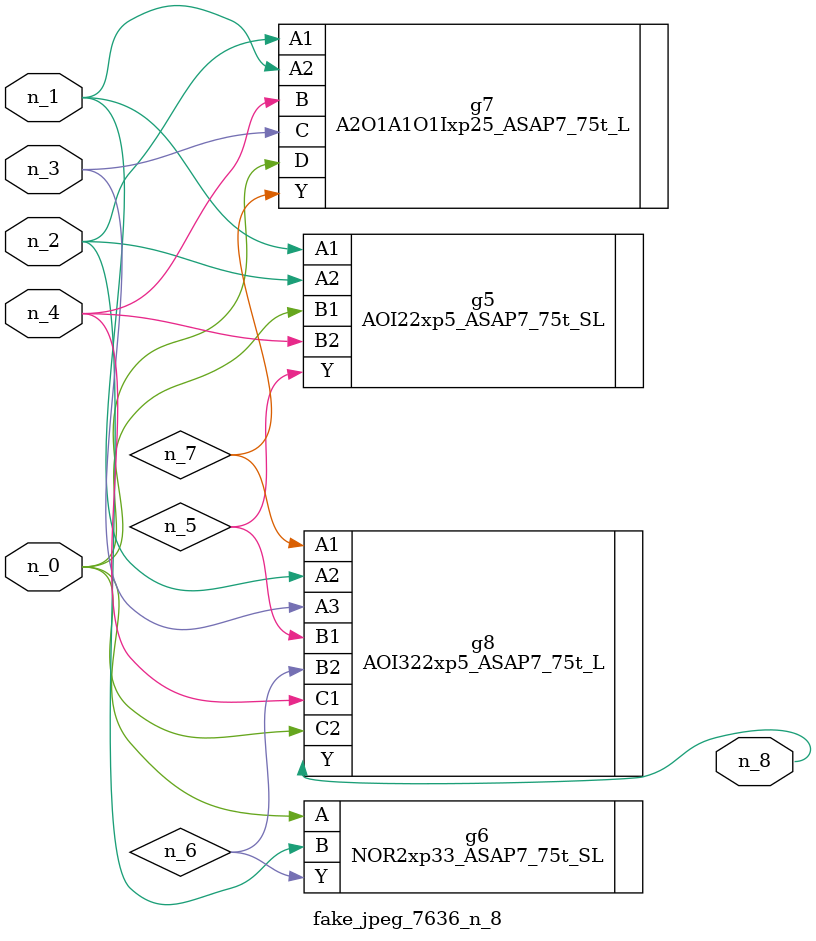
<source format=v>
module fake_jpeg_7636_n_8 (n_3, n_2, n_1, n_0, n_4, n_8);

input n_3;
input n_2;
input n_1;
input n_0;
input n_4;

output n_8;

wire n_6;
wire n_5;
wire n_7;

AOI22xp5_ASAP7_75t_SL g5 ( 
.A1(n_1),
.A2(n_2),
.B1(n_0),
.B2(n_4),
.Y(n_5)
);

NOR2xp33_ASAP7_75t_SL g6 ( 
.A(n_0),
.B(n_2),
.Y(n_6)
);

A2O1A1O1Ixp25_ASAP7_75t_L g7 ( 
.A1(n_2),
.A2(n_1),
.B(n_4),
.C(n_3),
.D(n_0),
.Y(n_7)
);

AOI322xp5_ASAP7_75t_L g8 ( 
.A1(n_7),
.A2(n_1),
.A3(n_3),
.B1(n_5),
.B2(n_6),
.C1(n_4),
.C2(n_0),
.Y(n_8)
);


endmodule
</source>
